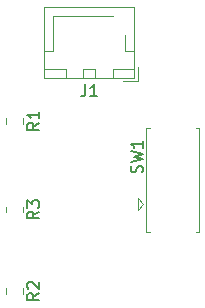
<source format=gbr>
%TF.GenerationSoftware,KiCad,Pcbnew,(5.1.9)-1*%
%TF.CreationDate,2022-03-01T01:02:47+08:00*%
%TF.ProjectId,LED,4c45442e-6b69-4636-9164-5f7063625858,rev?*%
%TF.SameCoordinates,Original*%
%TF.FileFunction,Legend,Top*%
%TF.FilePolarity,Positive*%
%FSLAX46Y46*%
G04 Gerber Fmt 4.6, Leading zero omitted, Abs format (unit mm)*
G04 Created by KiCad (PCBNEW (5.1.9)-1) date 2022-03-01 01:02:47*
%MOMM*%
%LPD*%
G01*
G04 APERTURE LIST*
%ADD10C,0.120000*%
%ADD11C,0.150000*%
G04 APERTURE END LIST*
D10*
%TO.C,SW1*%
X183840000Y-97000000D02*
X183840000Y-98000000D01*
X184340000Y-97500000D02*
X183840000Y-97000000D01*
X183840000Y-98000000D02*
X184340000Y-97500000D01*
X189060000Y-91090000D02*
X188750000Y-91090000D01*
X189060000Y-99910000D02*
X188750000Y-99910000D01*
X184850000Y-99910000D02*
X184540000Y-99910000D01*
X189060000Y-91090000D02*
X189060000Y-99910000D01*
X184540000Y-91090000D02*
X184850000Y-91090000D01*
X184540000Y-99910000D02*
X184540000Y-91090000D01*
%TO.C,R3*%
X174135000Y-97772936D02*
X174135000Y-98227064D01*
X172665000Y-97772936D02*
X172665000Y-98227064D01*
%TO.C,R2*%
X174135000Y-104672936D02*
X174135000Y-105127064D01*
X172665000Y-104672936D02*
X172665000Y-105127064D01*
%TO.C,R1*%
X174135000Y-90272936D02*
X174135000Y-90727064D01*
X172665000Y-90272936D02*
X172665000Y-90727064D01*
%TO.C,J1*%
X183560000Y-86860000D02*
X183560000Y-80890000D01*
X183560000Y-80890000D02*
X175940000Y-80890000D01*
X175940000Y-80890000D02*
X175940000Y-86860000D01*
X175940000Y-86860000D02*
X183560000Y-86860000D01*
X180250000Y-86850000D02*
X180250000Y-86100000D01*
X180250000Y-86100000D02*
X179250000Y-86100000D01*
X179250000Y-86100000D02*
X179250000Y-86850000D01*
X179250000Y-86850000D02*
X180250000Y-86850000D01*
X183550000Y-86850000D02*
X183550000Y-86100000D01*
X183550000Y-86100000D02*
X181750000Y-86100000D01*
X181750000Y-86100000D02*
X181750000Y-86850000D01*
X181750000Y-86850000D02*
X183550000Y-86850000D01*
X177750000Y-86850000D02*
X177750000Y-86100000D01*
X177750000Y-86100000D02*
X175950000Y-86100000D01*
X175950000Y-86100000D02*
X175950000Y-86850000D01*
X175950000Y-86850000D02*
X177750000Y-86850000D01*
X183550000Y-84600000D02*
X182800000Y-84600000D01*
X182800000Y-84600000D02*
X182800000Y-83260000D01*
X179750000Y-81650000D02*
X181740000Y-81650000D01*
X175950000Y-84600000D02*
X176700000Y-84600000D01*
X176700000Y-84600000D02*
X176700000Y-81650000D01*
X176700000Y-81650000D02*
X179750000Y-81650000D01*
X182600000Y-87150000D02*
X183850000Y-87150000D01*
X183850000Y-87150000D02*
X183850000Y-85900000D01*
%TO.C,SW1*%
D11*
X184214761Y-94843333D02*
X184262380Y-94700476D01*
X184262380Y-94462380D01*
X184214761Y-94367142D01*
X184167142Y-94319523D01*
X184071904Y-94271904D01*
X183976666Y-94271904D01*
X183881428Y-94319523D01*
X183833809Y-94367142D01*
X183786190Y-94462380D01*
X183738571Y-94652857D01*
X183690952Y-94748095D01*
X183643333Y-94795714D01*
X183548095Y-94843333D01*
X183452857Y-94843333D01*
X183357619Y-94795714D01*
X183310000Y-94748095D01*
X183262380Y-94652857D01*
X183262380Y-94414761D01*
X183310000Y-94271904D01*
X183262380Y-93938571D02*
X184262380Y-93700476D01*
X183548095Y-93510000D01*
X184262380Y-93319523D01*
X183262380Y-93081428D01*
X184262380Y-92176666D02*
X184262380Y-92748095D01*
X184262380Y-92462380D02*
X183262380Y-92462380D01*
X183405238Y-92557619D01*
X183500476Y-92652857D01*
X183548095Y-92748095D01*
%TO.C,R3*%
X175502380Y-98166666D02*
X175026190Y-98500000D01*
X175502380Y-98738095D02*
X174502380Y-98738095D01*
X174502380Y-98357142D01*
X174550000Y-98261904D01*
X174597619Y-98214285D01*
X174692857Y-98166666D01*
X174835714Y-98166666D01*
X174930952Y-98214285D01*
X174978571Y-98261904D01*
X175026190Y-98357142D01*
X175026190Y-98738095D01*
X174502380Y-97833333D02*
X174502380Y-97214285D01*
X174883333Y-97547619D01*
X174883333Y-97404761D01*
X174930952Y-97309523D01*
X174978571Y-97261904D01*
X175073809Y-97214285D01*
X175311904Y-97214285D01*
X175407142Y-97261904D01*
X175454761Y-97309523D01*
X175502380Y-97404761D01*
X175502380Y-97690476D01*
X175454761Y-97785714D01*
X175407142Y-97833333D01*
%TO.C,R2*%
X175502380Y-105066666D02*
X175026190Y-105400000D01*
X175502380Y-105638095D02*
X174502380Y-105638095D01*
X174502380Y-105257142D01*
X174550000Y-105161904D01*
X174597619Y-105114285D01*
X174692857Y-105066666D01*
X174835714Y-105066666D01*
X174930952Y-105114285D01*
X174978571Y-105161904D01*
X175026190Y-105257142D01*
X175026190Y-105638095D01*
X174597619Y-104685714D02*
X174550000Y-104638095D01*
X174502380Y-104542857D01*
X174502380Y-104304761D01*
X174550000Y-104209523D01*
X174597619Y-104161904D01*
X174692857Y-104114285D01*
X174788095Y-104114285D01*
X174930952Y-104161904D01*
X175502380Y-104733333D01*
X175502380Y-104114285D01*
%TO.C,R1*%
X175502380Y-90666666D02*
X175026190Y-91000000D01*
X175502380Y-91238095D02*
X174502380Y-91238095D01*
X174502380Y-90857142D01*
X174550000Y-90761904D01*
X174597619Y-90714285D01*
X174692857Y-90666666D01*
X174835714Y-90666666D01*
X174930952Y-90714285D01*
X174978571Y-90761904D01*
X175026190Y-90857142D01*
X175026190Y-91238095D01*
X175502380Y-89714285D02*
X175502380Y-90285714D01*
X175502380Y-90000000D02*
X174502380Y-90000000D01*
X174645238Y-90095238D01*
X174740476Y-90190476D01*
X174788095Y-90285714D01*
%TO.C,J1*%
X179416666Y-87402380D02*
X179416666Y-88116666D01*
X179369047Y-88259523D01*
X179273809Y-88354761D01*
X179130952Y-88402380D01*
X179035714Y-88402380D01*
X180416666Y-88402380D02*
X179845238Y-88402380D01*
X180130952Y-88402380D02*
X180130952Y-87402380D01*
X180035714Y-87545238D01*
X179940476Y-87640476D01*
X179845238Y-87688095D01*
%TD*%
M02*

</source>
